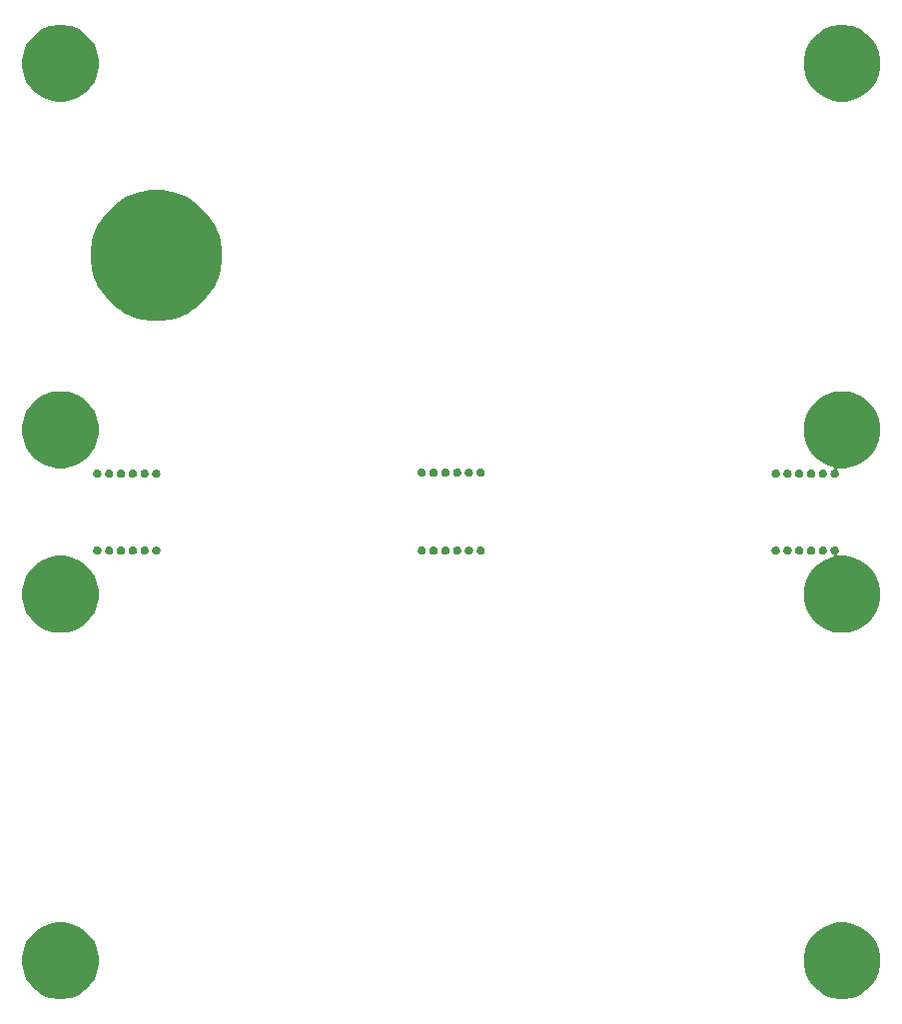
<source format=gbr>
G04 #@! TF.GenerationSoftware,KiCad,Pcbnew,(5.1.5)-3*
G04 #@! TF.CreationDate,2020-02-21T13:09:46+01:00*
G04 #@! TF.ProjectId,radiointerface-panel,72616469-6f69-46e7-9465-72666163652d,rev?*
G04 #@! TF.SameCoordinates,Original*
G04 #@! TF.FileFunction,Soldermask,Top*
G04 #@! TF.FilePolarity,Negative*
%FSLAX46Y46*%
G04 Gerber Fmt 4.6, Leading zero omitted, Abs format (unit mm)*
G04 Created by KiCad (PCBNEW (5.1.5)-3) date 2020-02-21 13:09:46*
%MOMM*%
%LPD*%
G04 APERTURE LIST*
%ADD10C,0.100000*%
G04 APERTURE END LIST*
D10*
G36*
X121259239Y-126586467D02*
G01*
X121573282Y-126648934D01*
X122164926Y-126894001D01*
X122697392Y-127249784D01*
X123150216Y-127702608D01*
X123505999Y-128235074D01*
X123751066Y-128826718D01*
X123876000Y-129454804D01*
X123876000Y-130095196D01*
X123751066Y-130723282D01*
X123505999Y-131314926D01*
X123150216Y-131847392D01*
X122697392Y-132300216D01*
X122164926Y-132655999D01*
X121573282Y-132901066D01*
X121259239Y-132963533D01*
X120945197Y-133026000D01*
X120304803Y-133026000D01*
X119990761Y-132963533D01*
X119676718Y-132901066D01*
X119085074Y-132655999D01*
X118552608Y-132300216D01*
X118099784Y-131847392D01*
X117744001Y-131314926D01*
X117498934Y-130723282D01*
X117374000Y-130095196D01*
X117374000Y-129454804D01*
X117498934Y-128826718D01*
X117744001Y-128235074D01*
X118099784Y-127702608D01*
X118552608Y-127249784D01*
X119085074Y-126894001D01*
X119676718Y-126648934D01*
X119990761Y-126586467D01*
X120304803Y-126524000D01*
X120945197Y-126524000D01*
X121259239Y-126586467D01*
G37*
G36*
X55009239Y-126586467D02*
G01*
X55323282Y-126648934D01*
X55914926Y-126894001D01*
X56447392Y-127249784D01*
X56900216Y-127702608D01*
X57255999Y-128235074D01*
X57501066Y-128826718D01*
X57626000Y-129454804D01*
X57626000Y-130095196D01*
X57501066Y-130723282D01*
X57255999Y-131314926D01*
X56900216Y-131847392D01*
X56447392Y-132300216D01*
X55914926Y-132655999D01*
X55323282Y-132901066D01*
X55009239Y-132963533D01*
X54695197Y-133026000D01*
X54054803Y-133026000D01*
X53740761Y-132963533D01*
X53426718Y-132901066D01*
X52835074Y-132655999D01*
X52302608Y-132300216D01*
X51849784Y-131847392D01*
X51494001Y-131314926D01*
X51248934Y-130723282D01*
X51124000Y-130095196D01*
X51124000Y-129454804D01*
X51248934Y-128826718D01*
X51494001Y-128235074D01*
X51849784Y-127702608D01*
X52302608Y-127249784D01*
X52835074Y-126894001D01*
X53426718Y-126648934D01*
X53740761Y-126586467D01*
X54054803Y-126524000D01*
X54695197Y-126524000D01*
X55009239Y-126586467D01*
G37*
G36*
X120102383Y-94662489D02*
G01*
X120102386Y-94662490D01*
X120102385Y-94662490D01*
X120166258Y-94688946D01*
X120223748Y-94727360D01*
X120272640Y-94776252D01*
X120311054Y-94833742D01*
X120332624Y-94885818D01*
X120337511Y-94897617D01*
X120351000Y-94965430D01*
X120351000Y-95034570D01*
X120337511Y-95102383D01*
X120337510Y-95102385D01*
X120311054Y-95166258D01*
X120272640Y-95223748D01*
X120235775Y-95260613D01*
X120220230Y-95279555D01*
X120208679Y-95301166D01*
X120201566Y-95324615D01*
X120199164Y-95349001D01*
X120201566Y-95373387D01*
X120208679Y-95396836D01*
X120220230Y-95418447D01*
X120235775Y-95437389D01*
X120254717Y-95452934D01*
X120276328Y-95464485D01*
X120299777Y-95471598D01*
X120324163Y-95474000D01*
X120945197Y-95474000D01*
X121229839Y-95530619D01*
X121573282Y-95598934D01*
X122164926Y-95844001D01*
X122697392Y-96199784D01*
X123150216Y-96652608D01*
X123505999Y-97185074D01*
X123751066Y-97776718D01*
X123876000Y-98404804D01*
X123876000Y-99045196D01*
X123751066Y-99673282D01*
X123505999Y-100264926D01*
X123150216Y-100797392D01*
X122697392Y-101250216D01*
X122164926Y-101605999D01*
X121573282Y-101851066D01*
X121259239Y-101913533D01*
X120945197Y-101976000D01*
X120304803Y-101976000D01*
X119990761Y-101913533D01*
X119676718Y-101851066D01*
X119085074Y-101605999D01*
X118552608Y-101250216D01*
X118099784Y-100797392D01*
X117744001Y-100264926D01*
X117498934Y-99673282D01*
X117374000Y-99045196D01*
X117374000Y-98404804D01*
X117498934Y-97776718D01*
X117744001Y-97185074D01*
X118099784Y-96652608D01*
X118552608Y-96199784D01*
X119085074Y-95844001D01*
X119676718Y-95598934D01*
X119848182Y-95564828D01*
X119871630Y-95557715D01*
X119893241Y-95546164D01*
X119912183Y-95530619D01*
X119927728Y-95511677D01*
X119939279Y-95490066D01*
X119946392Y-95466617D01*
X119948794Y-95442231D01*
X119946392Y-95417845D01*
X119939279Y-95394396D01*
X119927728Y-95372785D01*
X119912183Y-95353843D01*
X119893241Y-95338298D01*
X119871630Y-95326747D01*
X119833741Y-95311053D01*
X119833740Y-95311053D01*
X119833739Y-95311052D01*
X119776251Y-95272639D01*
X119727361Y-95223749D01*
X119688948Y-95166261D01*
X119688946Y-95166258D01*
X119662490Y-95102385D01*
X119662489Y-95102383D01*
X119649000Y-95034570D01*
X119649000Y-94965430D01*
X119662489Y-94897617D01*
X119667376Y-94885818D01*
X119688946Y-94833742D01*
X119727360Y-94776252D01*
X119776252Y-94727360D01*
X119833742Y-94688946D01*
X119897615Y-94662490D01*
X119897614Y-94662490D01*
X119897617Y-94662489D01*
X119965430Y-94649000D01*
X120034570Y-94649000D01*
X120102383Y-94662489D01*
G37*
G36*
X54979839Y-95530619D02*
G01*
X55323282Y-95598934D01*
X55914926Y-95844001D01*
X56447392Y-96199784D01*
X56900216Y-96652608D01*
X57255999Y-97185074D01*
X57501066Y-97776718D01*
X57626000Y-98404804D01*
X57626000Y-99045196D01*
X57501066Y-99673282D01*
X57255999Y-100264926D01*
X56900216Y-100797392D01*
X56447392Y-101250216D01*
X55914926Y-101605999D01*
X55323282Y-101851066D01*
X55009239Y-101913533D01*
X54695197Y-101976000D01*
X54054803Y-101976000D01*
X53740761Y-101913533D01*
X53426718Y-101851066D01*
X52835074Y-101605999D01*
X52302608Y-101250216D01*
X51849784Y-100797392D01*
X51494001Y-100264926D01*
X51248934Y-99673282D01*
X51124000Y-99045196D01*
X51124000Y-98404804D01*
X51248934Y-97776718D01*
X51494001Y-97185074D01*
X51849784Y-96652608D01*
X52302608Y-96199784D01*
X52835074Y-95844001D01*
X53426718Y-95598934D01*
X53770161Y-95530619D01*
X54054803Y-95474000D01*
X54695197Y-95474000D01*
X54979839Y-95530619D01*
G37*
G36*
X58602383Y-94662489D02*
G01*
X58602386Y-94662490D01*
X58602385Y-94662490D01*
X58666258Y-94688946D01*
X58723748Y-94727360D01*
X58772640Y-94776252D01*
X58811054Y-94833742D01*
X58832624Y-94885818D01*
X58837511Y-94897617D01*
X58851000Y-94965430D01*
X58851000Y-95034570D01*
X58837511Y-95102383D01*
X58837510Y-95102385D01*
X58811054Y-95166258D01*
X58772640Y-95223748D01*
X58723748Y-95272640D01*
X58666258Y-95311054D01*
X58628370Y-95326747D01*
X58602383Y-95337511D01*
X58534570Y-95351000D01*
X58465430Y-95351000D01*
X58397617Y-95337511D01*
X58371630Y-95326747D01*
X58333742Y-95311054D01*
X58276252Y-95272640D01*
X58227360Y-95223748D01*
X58188946Y-95166258D01*
X58162490Y-95102385D01*
X58162489Y-95102383D01*
X58149000Y-95034570D01*
X58149000Y-94965430D01*
X58162489Y-94897617D01*
X58167376Y-94885818D01*
X58188946Y-94833742D01*
X58227360Y-94776252D01*
X58276252Y-94727360D01*
X58333742Y-94688946D01*
X58397615Y-94662490D01*
X58397614Y-94662490D01*
X58397617Y-94662489D01*
X58465430Y-94649000D01*
X58534570Y-94649000D01*
X58602383Y-94662489D01*
G37*
G36*
X85102383Y-94662489D02*
G01*
X85102386Y-94662490D01*
X85102385Y-94662490D01*
X85166258Y-94688946D01*
X85223748Y-94727360D01*
X85272640Y-94776252D01*
X85311054Y-94833742D01*
X85332624Y-94885818D01*
X85337511Y-94897617D01*
X85351000Y-94965430D01*
X85351000Y-95034570D01*
X85337511Y-95102383D01*
X85337510Y-95102385D01*
X85311054Y-95166258D01*
X85272640Y-95223748D01*
X85223748Y-95272640D01*
X85166258Y-95311054D01*
X85128370Y-95326747D01*
X85102383Y-95337511D01*
X85034570Y-95351000D01*
X84965430Y-95351000D01*
X84897617Y-95337511D01*
X84871630Y-95326747D01*
X84833742Y-95311054D01*
X84776252Y-95272640D01*
X84727360Y-95223748D01*
X84688946Y-95166258D01*
X84662490Y-95102385D01*
X84662489Y-95102383D01*
X84649000Y-95034570D01*
X84649000Y-94965430D01*
X84662489Y-94897617D01*
X84667376Y-94885818D01*
X84688946Y-94833742D01*
X84727360Y-94776252D01*
X84776252Y-94727360D01*
X84833742Y-94688946D01*
X84897615Y-94662490D01*
X84897614Y-94662490D01*
X84897617Y-94662489D01*
X84965430Y-94649000D01*
X85034570Y-94649000D01*
X85102383Y-94662489D01*
G37*
G36*
X86102383Y-94662489D02*
G01*
X86102386Y-94662490D01*
X86102385Y-94662490D01*
X86166258Y-94688946D01*
X86223748Y-94727360D01*
X86272640Y-94776252D01*
X86311054Y-94833742D01*
X86332624Y-94885818D01*
X86337511Y-94897617D01*
X86351000Y-94965430D01*
X86351000Y-95034570D01*
X86337511Y-95102383D01*
X86337510Y-95102385D01*
X86311054Y-95166258D01*
X86272640Y-95223748D01*
X86223748Y-95272640D01*
X86166258Y-95311054D01*
X86128370Y-95326747D01*
X86102383Y-95337511D01*
X86034570Y-95351000D01*
X85965430Y-95351000D01*
X85897617Y-95337511D01*
X85871630Y-95326747D01*
X85833742Y-95311054D01*
X85776252Y-95272640D01*
X85727360Y-95223748D01*
X85688946Y-95166258D01*
X85662490Y-95102385D01*
X85662489Y-95102383D01*
X85649000Y-95034570D01*
X85649000Y-94965430D01*
X85662489Y-94897617D01*
X85667376Y-94885818D01*
X85688946Y-94833742D01*
X85727360Y-94776252D01*
X85776252Y-94727360D01*
X85833742Y-94688946D01*
X85897615Y-94662490D01*
X85897614Y-94662490D01*
X85897617Y-94662489D01*
X85965430Y-94649000D01*
X86034570Y-94649000D01*
X86102383Y-94662489D01*
G37*
G36*
X87102383Y-94662489D02*
G01*
X87102386Y-94662490D01*
X87102385Y-94662490D01*
X87166258Y-94688946D01*
X87223748Y-94727360D01*
X87272640Y-94776252D01*
X87311054Y-94833742D01*
X87332624Y-94885818D01*
X87337511Y-94897617D01*
X87351000Y-94965430D01*
X87351000Y-95034570D01*
X87337511Y-95102383D01*
X87337510Y-95102385D01*
X87311054Y-95166258D01*
X87272640Y-95223748D01*
X87223748Y-95272640D01*
X87166258Y-95311054D01*
X87128370Y-95326747D01*
X87102383Y-95337511D01*
X87034570Y-95351000D01*
X86965430Y-95351000D01*
X86897617Y-95337511D01*
X86871630Y-95326747D01*
X86833742Y-95311054D01*
X86776252Y-95272640D01*
X86727360Y-95223748D01*
X86688946Y-95166258D01*
X86662490Y-95102385D01*
X86662489Y-95102383D01*
X86649000Y-95034570D01*
X86649000Y-94965430D01*
X86662489Y-94897617D01*
X86667376Y-94885818D01*
X86688946Y-94833742D01*
X86727360Y-94776252D01*
X86776252Y-94727360D01*
X86833742Y-94688946D01*
X86897615Y-94662490D01*
X86897614Y-94662490D01*
X86897617Y-94662489D01*
X86965430Y-94649000D01*
X87034570Y-94649000D01*
X87102383Y-94662489D01*
G37*
G36*
X88102383Y-94662489D02*
G01*
X88102386Y-94662490D01*
X88102385Y-94662490D01*
X88166258Y-94688946D01*
X88223748Y-94727360D01*
X88272640Y-94776252D01*
X88311054Y-94833742D01*
X88332624Y-94885818D01*
X88337511Y-94897617D01*
X88351000Y-94965430D01*
X88351000Y-95034570D01*
X88337511Y-95102383D01*
X88337510Y-95102385D01*
X88311054Y-95166258D01*
X88272640Y-95223748D01*
X88223748Y-95272640D01*
X88166258Y-95311054D01*
X88128370Y-95326747D01*
X88102383Y-95337511D01*
X88034570Y-95351000D01*
X87965430Y-95351000D01*
X87897617Y-95337511D01*
X87871630Y-95326747D01*
X87833742Y-95311054D01*
X87776252Y-95272640D01*
X87727360Y-95223748D01*
X87688946Y-95166258D01*
X87662490Y-95102385D01*
X87662489Y-95102383D01*
X87649000Y-95034570D01*
X87649000Y-94965430D01*
X87662489Y-94897617D01*
X87667376Y-94885818D01*
X87688946Y-94833742D01*
X87727360Y-94776252D01*
X87776252Y-94727360D01*
X87833742Y-94688946D01*
X87897615Y-94662490D01*
X87897614Y-94662490D01*
X87897617Y-94662489D01*
X87965430Y-94649000D01*
X88034570Y-94649000D01*
X88102383Y-94662489D01*
G37*
G36*
X89102383Y-94662489D02*
G01*
X89102386Y-94662490D01*
X89102385Y-94662490D01*
X89166258Y-94688946D01*
X89223748Y-94727360D01*
X89272640Y-94776252D01*
X89311054Y-94833742D01*
X89332624Y-94885818D01*
X89337511Y-94897617D01*
X89351000Y-94965430D01*
X89351000Y-95034570D01*
X89337511Y-95102383D01*
X89337510Y-95102385D01*
X89311054Y-95166258D01*
X89272640Y-95223748D01*
X89223748Y-95272640D01*
X89166258Y-95311054D01*
X89128370Y-95326747D01*
X89102383Y-95337511D01*
X89034570Y-95351000D01*
X88965430Y-95351000D01*
X88897617Y-95337511D01*
X88871630Y-95326747D01*
X88833742Y-95311054D01*
X88776252Y-95272640D01*
X88727360Y-95223748D01*
X88688946Y-95166258D01*
X88662490Y-95102385D01*
X88662489Y-95102383D01*
X88649000Y-95034570D01*
X88649000Y-94965430D01*
X88662489Y-94897617D01*
X88667376Y-94885818D01*
X88688946Y-94833742D01*
X88727360Y-94776252D01*
X88776252Y-94727360D01*
X88833742Y-94688946D01*
X88897615Y-94662490D01*
X88897614Y-94662490D01*
X88897617Y-94662489D01*
X88965430Y-94649000D01*
X89034570Y-94649000D01*
X89102383Y-94662489D01*
G37*
G36*
X90102383Y-94662489D02*
G01*
X90102386Y-94662490D01*
X90102385Y-94662490D01*
X90166258Y-94688946D01*
X90223748Y-94727360D01*
X90272640Y-94776252D01*
X90311054Y-94833742D01*
X90332624Y-94885818D01*
X90337511Y-94897617D01*
X90351000Y-94965430D01*
X90351000Y-95034570D01*
X90337511Y-95102383D01*
X90337510Y-95102385D01*
X90311054Y-95166258D01*
X90272640Y-95223748D01*
X90223748Y-95272640D01*
X90166258Y-95311054D01*
X90128370Y-95326747D01*
X90102383Y-95337511D01*
X90034570Y-95351000D01*
X89965430Y-95351000D01*
X89897617Y-95337511D01*
X89871630Y-95326747D01*
X89833742Y-95311054D01*
X89776252Y-95272640D01*
X89727360Y-95223748D01*
X89688946Y-95166258D01*
X89662490Y-95102385D01*
X89662489Y-95102383D01*
X89649000Y-95034570D01*
X89649000Y-94965430D01*
X89662489Y-94897617D01*
X89667376Y-94885818D01*
X89688946Y-94833742D01*
X89727360Y-94776252D01*
X89776252Y-94727360D01*
X89833742Y-94688946D01*
X89897615Y-94662490D01*
X89897614Y-94662490D01*
X89897617Y-94662489D01*
X89965430Y-94649000D01*
X90034570Y-94649000D01*
X90102383Y-94662489D01*
G37*
G36*
X57602383Y-94662489D02*
G01*
X57602386Y-94662490D01*
X57602385Y-94662490D01*
X57666258Y-94688946D01*
X57723748Y-94727360D01*
X57772640Y-94776252D01*
X57811054Y-94833742D01*
X57832624Y-94885818D01*
X57837511Y-94897617D01*
X57851000Y-94965430D01*
X57851000Y-95034570D01*
X57837511Y-95102383D01*
X57837510Y-95102385D01*
X57811054Y-95166258D01*
X57772640Y-95223748D01*
X57723748Y-95272640D01*
X57666258Y-95311054D01*
X57628370Y-95326747D01*
X57602383Y-95337511D01*
X57534570Y-95351000D01*
X57465430Y-95351000D01*
X57397617Y-95337511D01*
X57371630Y-95326747D01*
X57333742Y-95311054D01*
X57276252Y-95272640D01*
X57227360Y-95223748D01*
X57188946Y-95166258D01*
X57162490Y-95102385D01*
X57162489Y-95102383D01*
X57149000Y-95034570D01*
X57149000Y-94965430D01*
X57162489Y-94897617D01*
X57167376Y-94885818D01*
X57188946Y-94833742D01*
X57227360Y-94776252D01*
X57276252Y-94727360D01*
X57333742Y-94688946D01*
X57397615Y-94662490D01*
X57397614Y-94662490D01*
X57397617Y-94662489D01*
X57465430Y-94649000D01*
X57534570Y-94649000D01*
X57602383Y-94662489D01*
G37*
G36*
X59602383Y-94662489D02*
G01*
X59602386Y-94662490D01*
X59602385Y-94662490D01*
X59666258Y-94688946D01*
X59723748Y-94727360D01*
X59772640Y-94776252D01*
X59811054Y-94833742D01*
X59832624Y-94885818D01*
X59837511Y-94897617D01*
X59851000Y-94965430D01*
X59851000Y-95034570D01*
X59837511Y-95102383D01*
X59837510Y-95102385D01*
X59811054Y-95166258D01*
X59772640Y-95223748D01*
X59723748Y-95272640D01*
X59666258Y-95311054D01*
X59628370Y-95326747D01*
X59602383Y-95337511D01*
X59534570Y-95351000D01*
X59465430Y-95351000D01*
X59397617Y-95337511D01*
X59371630Y-95326747D01*
X59333742Y-95311054D01*
X59276252Y-95272640D01*
X59227360Y-95223748D01*
X59188946Y-95166258D01*
X59162490Y-95102385D01*
X59162489Y-95102383D01*
X59149000Y-95034570D01*
X59149000Y-94965430D01*
X59162489Y-94897617D01*
X59167376Y-94885818D01*
X59188946Y-94833742D01*
X59227360Y-94776252D01*
X59276252Y-94727360D01*
X59333742Y-94688946D01*
X59397615Y-94662490D01*
X59397614Y-94662490D01*
X59397617Y-94662489D01*
X59465430Y-94649000D01*
X59534570Y-94649000D01*
X59602383Y-94662489D01*
G37*
G36*
X60602383Y-94662489D02*
G01*
X60602386Y-94662490D01*
X60602385Y-94662490D01*
X60666258Y-94688946D01*
X60723748Y-94727360D01*
X60772640Y-94776252D01*
X60811054Y-94833742D01*
X60832624Y-94885818D01*
X60837511Y-94897617D01*
X60851000Y-94965430D01*
X60851000Y-95034570D01*
X60837511Y-95102383D01*
X60837510Y-95102385D01*
X60811054Y-95166258D01*
X60772640Y-95223748D01*
X60723748Y-95272640D01*
X60666258Y-95311054D01*
X60628370Y-95326747D01*
X60602383Y-95337511D01*
X60534570Y-95351000D01*
X60465430Y-95351000D01*
X60397617Y-95337511D01*
X60371630Y-95326747D01*
X60333742Y-95311054D01*
X60276252Y-95272640D01*
X60227360Y-95223748D01*
X60188946Y-95166258D01*
X60162490Y-95102385D01*
X60162489Y-95102383D01*
X60149000Y-95034570D01*
X60149000Y-94965430D01*
X60162489Y-94897617D01*
X60167376Y-94885818D01*
X60188946Y-94833742D01*
X60227360Y-94776252D01*
X60276252Y-94727360D01*
X60333742Y-94688946D01*
X60397615Y-94662490D01*
X60397614Y-94662490D01*
X60397617Y-94662489D01*
X60465430Y-94649000D01*
X60534570Y-94649000D01*
X60602383Y-94662489D01*
G37*
G36*
X61602383Y-94662489D02*
G01*
X61602386Y-94662490D01*
X61602385Y-94662490D01*
X61666258Y-94688946D01*
X61723748Y-94727360D01*
X61772640Y-94776252D01*
X61811054Y-94833742D01*
X61832624Y-94885818D01*
X61837511Y-94897617D01*
X61851000Y-94965430D01*
X61851000Y-95034570D01*
X61837511Y-95102383D01*
X61837510Y-95102385D01*
X61811054Y-95166258D01*
X61772640Y-95223748D01*
X61723748Y-95272640D01*
X61666258Y-95311054D01*
X61628370Y-95326747D01*
X61602383Y-95337511D01*
X61534570Y-95351000D01*
X61465430Y-95351000D01*
X61397617Y-95337511D01*
X61371630Y-95326747D01*
X61333742Y-95311054D01*
X61276252Y-95272640D01*
X61227360Y-95223748D01*
X61188946Y-95166258D01*
X61162490Y-95102385D01*
X61162489Y-95102383D01*
X61149000Y-95034570D01*
X61149000Y-94965430D01*
X61162489Y-94897617D01*
X61167376Y-94885818D01*
X61188946Y-94833742D01*
X61227360Y-94776252D01*
X61276252Y-94727360D01*
X61333742Y-94688946D01*
X61397615Y-94662490D01*
X61397614Y-94662490D01*
X61397617Y-94662489D01*
X61465430Y-94649000D01*
X61534570Y-94649000D01*
X61602383Y-94662489D01*
G37*
G36*
X62602383Y-94662489D02*
G01*
X62602386Y-94662490D01*
X62602385Y-94662490D01*
X62666258Y-94688946D01*
X62723748Y-94727360D01*
X62772640Y-94776252D01*
X62811054Y-94833742D01*
X62832624Y-94885818D01*
X62837511Y-94897617D01*
X62851000Y-94965430D01*
X62851000Y-95034570D01*
X62837511Y-95102383D01*
X62837510Y-95102385D01*
X62811054Y-95166258D01*
X62772640Y-95223748D01*
X62723748Y-95272640D01*
X62666258Y-95311054D01*
X62628370Y-95326747D01*
X62602383Y-95337511D01*
X62534570Y-95351000D01*
X62465430Y-95351000D01*
X62397617Y-95337511D01*
X62371630Y-95326747D01*
X62333742Y-95311054D01*
X62276252Y-95272640D01*
X62227360Y-95223748D01*
X62188946Y-95166258D01*
X62162490Y-95102385D01*
X62162489Y-95102383D01*
X62149000Y-95034570D01*
X62149000Y-94965430D01*
X62162489Y-94897617D01*
X62167376Y-94885818D01*
X62188946Y-94833742D01*
X62227360Y-94776252D01*
X62276252Y-94727360D01*
X62333742Y-94688946D01*
X62397615Y-94662490D01*
X62397614Y-94662490D01*
X62397617Y-94662489D01*
X62465430Y-94649000D01*
X62534570Y-94649000D01*
X62602383Y-94662489D01*
G37*
G36*
X115102383Y-94662489D02*
G01*
X115102386Y-94662490D01*
X115102385Y-94662490D01*
X115166258Y-94688946D01*
X115223748Y-94727360D01*
X115272640Y-94776252D01*
X115311054Y-94833742D01*
X115332624Y-94885818D01*
X115337511Y-94897617D01*
X115351000Y-94965430D01*
X115351000Y-95034570D01*
X115337511Y-95102383D01*
X115337510Y-95102385D01*
X115311054Y-95166258D01*
X115272640Y-95223748D01*
X115223748Y-95272640D01*
X115166258Y-95311054D01*
X115128370Y-95326747D01*
X115102383Y-95337511D01*
X115034570Y-95351000D01*
X114965430Y-95351000D01*
X114897617Y-95337511D01*
X114871630Y-95326747D01*
X114833742Y-95311054D01*
X114776252Y-95272640D01*
X114727360Y-95223748D01*
X114688946Y-95166258D01*
X114662490Y-95102385D01*
X114662489Y-95102383D01*
X114649000Y-95034570D01*
X114649000Y-94965430D01*
X114662489Y-94897617D01*
X114667376Y-94885818D01*
X114688946Y-94833742D01*
X114727360Y-94776252D01*
X114776252Y-94727360D01*
X114833742Y-94688946D01*
X114897615Y-94662490D01*
X114897614Y-94662490D01*
X114897617Y-94662489D01*
X114965430Y-94649000D01*
X115034570Y-94649000D01*
X115102383Y-94662489D01*
G37*
G36*
X116102383Y-94662489D02*
G01*
X116102386Y-94662490D01*
X116102385Y-94662490D01*
X116166258Y-94688946D01*
X116223748Y-94727360D01*
X116272640Y-94776252D01*
X116311054Y-94833742D01*
X116332624Y-94885818D01*
X116337511Y-94897617D01*
X116351000Y-94965430D01*
X116351000Y-95034570D01*
X116337511Y-95102383D01*
X116337510Y-95102385D01*
X116311054Y-95166258D01*
X116272640Y-95223748D01*
X116223748Y-95272640D01*
X116166258Y-95311054D01*
X116128370Y-95326747D01*
X116102383Y-95337511D01*
X116034570Y-95351000D01*
X115965430Y-95351000D01*
X115897617Y-95337511D01*
X115871630Y-95326747D01*
X115833742Y-95311054D01*
X115776252Y-95272640D01*
X115727360Y-95223748D01*
X115688946Y-95166258D01*
X115662490Y-95102385D01*
X115662489Y-95102383D01*
X115649000Y-95034570D01*
X115649000Y-94965430D01*
X115662489Y-94897617D01*
X115667376Y-94885818D01*
X115688946Y-94833742D01*
X115727360Y-94776252D01*
X115776252Y-94727360D01*
X115833742Y-94688946D01*
X115897615Y-94662490D01*
X115897614Y-94662490D01*
X115897617Y-94662489D01*
X115965430Y-94649000D01*
X116034570Y-94649000D01*
X116102383Y-94662489D01*
G37*
G36*
X117102383Y-94662489D02*
G01*
X117102386Y-94662490D01*
X117102385Y-94662490D01*
X117166258Y-94688946D01*
X117223748Y-94727360D01*
X117272640Y-94776252D01*
X117311054Y-94833742D01*
X117332624Y-94885818D01*
X117337511Y-94897617D01*
X117351000Y-94965430D01*
X117351000Y-95034570D01*
X117337511Y-95102383D01*
X117337510Y-95102385D01*
X117311054Y-95166258D01*
X117272640Y-95223748D01*
X117223748Y-95272640D01*
X117166258Y-95311054D01*
X117128370Y-95326747D01*
X117102383Y-95337511D01*
X117034570Y-95351000D01*
X116965430Y-95351000D01*
X116897617Y-95337511D01*
X116871630Y-95326747D01*
X116833742Y-95311054D01*
X116776252Y-95272640D01*
X116727360Y-95223748D01*
X116688946Y-95166258D01*
X116662490Y-95102385D01*
X116662489Y-95102383D01*
X116649000Y-95034570D01*
X116649000Y-94965430D01*
X116662489Y-94897617D01*
X116667376Y-94885818D01*
X116688946Y-94833742D01*
X116727360Y-94776252D01*
X116776252Y-94727360D01*
X116833742Y-94688946D01*
X116897615Y-94662490D01*
X116897614Y-94662490D01*
X116897617Y-94662489D01*
X116965430Y-94649000D01*
X117034570Y-94649000D01*
X117102383Y-94662489D01*
G37*
G36*
X118102383Y-94662489D02*
G01*
X118102386Y-94662490D01*
X118102385Y-94662490D01*
X118166258Y-94688946D01*
X118223748Y-94727360D01*
X118272640Y-94776252D01*
X118311054Y-94833742D01*
X118332624Y-94885818D01*
X118337511Y-94897617D01*
X118351000Y-94965430D01*
X118351000Y-95034570D01*
X118337511Y-95102383D01*
X118337510Y-95102385D01*
X118311054Y-95166258D01*
X118272640Y-95223748D01*
X118223748Y-95272640D01*
X118166258Y-95311054D01*
X118128370Y-95326747D01*
X118102383Y-95337511D01*
X118034570Y-95351000D01*
X117965430Y-95351000D01*
X117897617Y-95337511D01*
X117871630Y-95326747D01*
X117833742Y-95311054D01*
X117776252Y-95272640D01*
X117727360Y-95223748D01*
X117688946Y-95166258D01*
X117662490Y-95102385D01*
X117662489Y-95102383D01*
X117649000Y-95034570D01*
X117649000Y-94965430D01*
X117662489Y-94897617D01*
X117667376Y-94885818D01*
X117688946Y-94833742D01*
X117727360Y-94776252D01*
X117776252Y-94727360D01*
X117833742Y-94688946D01*
X117897615Y-94662490D01*
X117897614Y-94662490D01*
X117897617Y-94662489D01*
X117965430Y-94649000D01*
X118034570Y-94649000D01*
X118102383Y-94662489D01*
G37*
G36*
X119102383Y-94662489D02*
G01*
X119102386Y-94662490D01*
X119102385Y-94662490D01*
X119166258Y-94688946D01*
X119223748Y-94727360D01*
X119272640Y-94776252D01*
X119311054Y-94833742D01*
X119332624Y-94885818D01*
X119337511Y-94897617D01*
X119351000Y-94965430D01*
X119351000Y-95034570D01*
X119337511Y-95102383D01*
X119337510Y-95102385D01*
X119311054Y-95166258D01*
X119272640Y-95223748D01*
X119223748Y-95272640D01*
X119166258Y-95311054D01*
X119128370Y-95326747D01*
X119102383Y-95337511D01*
X119034570Y-95351000D01*
X118965430Y-95351000D01*
X118897617Y-95337511D01*
X118871630Y-95326747D01*
X118833742Y-95311054D01*
X118776252Y-95272640D01*
X118727360Y-95223748D01*
X118688946Y-95166258D01*
X118662490Y-95102385D01*
X118662489Y-95102383D01*
X118649000Y-95034570D01*
X118649000Y-94965430D01*
X118662489Y-94897617D01*
X118667376Y-94885818D01*
X118688946Y-94833742D01*
X118727360Y-94776252D01*
X118776252Y-94727360D01*
X118833742Y-94688946D01*
X118897615Y-94662490D01*
X118897614Y-94662490D01*
X118897617Y-94662489D01*
X118965430Y-94649000D01*
X119034570Y-94649000D01*
X119102383Y-94662489D01*
G37*
G36*
X117102383Y-88162489D02*
G01*
X117102386Y-88162490D01*
X117102385Y-88162490D01*
X117166258Y-88188946D01*
X117223748Y-88227360D01*
X117272640Y-88276252D01*
X117311054Y-88333742D01*
X117332624Y-88385818D01*
X117337511Y-88397617D01*
X117351000Y-88465430D01*
X117351000Y-88534570D01*
X117337511Y-88602383D01*
X117337510Y-88602385D01*
X117311054Y-88666258D01*
X117272640Y-88723748D01*
X117223748Y-88772640D01*
X117166258Y-88811054D01*
X117114182Y-88832624D01*
X117102383Y-88837511D01*
X117034570Y-88851000D01*
X116965430Y-88851000D01*
X116897617Y-88837511D01*
X116885818Y-88832624D01*
X116833742Y-88811054D01*
X116776252Y-88772640D01*
X116727360Y-88723748D01*
X116688946Y-88666258D01*
X116662490Y-88602385D01*
X116662489Y-88602383D01*
X116649000Y-88534570D01*
X116649000Y-88465430D01*
X116662489Y-88397617D01*
X116667376Y-88385818D01*
X116688946Y-88333742D01*
X116727360Y-88276252D01*
X116776252Y-88227360D01*
X116833742Y-88188946D01*
X116897615Y-88162490D01*
X116897614Y-88162490D01*
X116897617Y-88162489D01*
X116965430Y-88149000D01*
X117034570Y-88149000D01*
X117102383Y-88162489D01*
G37*
G36*
X121259239Y-81586467D02*
G01*
X121573282Y-81648934D01*
X122164926Y-81894001D01*
X122697392Y-82249784D01*
X123150216Y-82702608D01*
X123505999Y-83235074D01*
X123751066Y-83826718D01*
X123876000Y-84454804D01*
X123876000Y-85095196D01*
X123751066Y-85723282D01*
X123505999Y-86314926D01*
X123150216Y-86847392D01*
X122697392Y-87300216D01*
X122164926Y-87655999D01*
X121573282Y-87901066D01*
X121401819Y-87935172D01*
X120945197Y-88026000D01*
X120324163Y-88026000D01*
X120299777Y-88028402D01*
X120276328Y-88035515D01*
X120254717Y-88047066D01*
X120235775Y-88062611D01*
X120220230Y-88081553D01*
X120208679Y-88103164D01*
X120201566Y-88126613D01*
X120199164Y-88150999D01*
X120201566Y-88175385D01*
X120208679Y-88198834D01*
X120220230Y-88220445D01*
X120235775Y-88239387D01*
X120272640Y-88276252D01*
X120311054Y-88333742D01*
X120332624Y-88385818D01*
X120337511Y-88397617D01*
X120351000Y-88465430D01*
X120351000Y-88534570D01*
X120337511Y-88602383D01*
X120337510Y-88602385D01*
X120311054Y-88666258D01*
X120272640Y-88723748D01*
X120223748Y-88772640D01*
X120166258Y-88811054D01*
X120114182Y-88832624D01*
X120102383Y-88837511D01*
X120034570Y-88851000D01*
X119965430Y-88851000D01*
X119897617Y-88837511D01*
X119885818Y-88832624D01*
X119833742Y-88811054D01*
X119776252Y-88772640D01*
X119727360Y-88723748D01*
X119688946Y-88666258D01*
X119662490Y-88602385D01*
X119662489Y-88602383D01*
X119649000Y-88534570D01*
X119649000Y-88465430D01*
X119662489Y-88397617D01*
X119667376Y-88385818D01*
X119688946Y-88333742D01*
X119727360Y-88276252D01*
X119776252Y-88227360D01*
X119818944Y-88198834D01*
X119833739Y-88188948D01*
X119833744Y-88188946D01*
X119871630Y-88173253D01*
X119893240Y-88161702D01*
X119912182Y-88146157D01*
X119927728Y-88127215D01*
X119939279Y-88105605D01*
X119946392Y-88082156D01*
X119948794Y-88057770D01*
X119946392Y-88033383D01*
X119939279Y-88009934D01*
X119927728Y-87988324D01*
X119912183Y-87969382D01*
X119893241Y-87953836D01*
X119871631Y-87942285D01*
X119848181Y-87935172D01*
X119676718Y-87901066D01*
X119085074Y-87655999D01*
X118552608Y-87300216D01*
X118099784Y-86847392D01*
X117744001Y-86314926D01*
X117498934Y-85723282D01*
X117374000Y-85095196D01*
X117374000Y-84454804D01*
X117498934Y-83826718D01*
X117744001Y-83235074D01*
X118099784Y-82702608D01*
X118552608Y-82249784D01*
X119085074Y-81894001D01*
X119676718Y-81648934D01*
X119990761Y-81586467D01*
X120304803Y-81524000D01*
X120945197Y-81524000D01*
X121259239Y-81586467D01*
G37*
G36*
X119102383Y-88162489D02*
G01*
X119102386Y-88162490D01*
X119102385Y-88162490D01*
X119166258Y-88188946D01*
X119223748Y-88227360D01*
X119272640Y-88276252D01*
X119311054Y-88333742D01*
X119332624Y-88385818D01*
X119337511Y-88397617D01*
X119351000Y-88465430D01*
X119351000Y-88534570D01*
X119337511Y-88602383D01*
X119337510Y-88602385D01*
X119311054Y-88666258D01*
X119272640Y-88723748D01*
X119223748Y-88772640D01*
X119166258Y-88811054D01*
X119114182Y-88832624D01*
X119102383Y-88837511D01*
X119034570Y-88851000D01*
X118965430Y-88851000D01*
X118897617Y-88837511D01*
X118885818Y-88832624D01*
X118833742Y-88811054D01*
X118776252Y-88772640D01*
X118727360Y-88723748D01*
X118688946Y-88666258D01*
X118662490Y-88602385D01*
X118662489Y-88602383D01*
X118649000Y-88534570D01*
X118649000Y-88465430D01*
X118662489Y-88397617D01*
X118667376Y-88385818D01*
X118688946Y-88333742D01*
X118727360Y-88276252D01*
X118776252Y-88227360D01*
X118833742Y-88188946D01*
X118897615Y-88162490D01*
X118897614Y-88162490D01*
X118897617Y-88162489D01*
X118965430Y-88149000D01*
X119034570Y-88149000D01*
X119102383Y-88162489D01*
G37*
G36*
X118102383Y-88162489D02*
G01*
X118102386Y-88162490D01*
X118102385Y-88162490D01*
X118166258Y-88188946D01*
X118223748Y-88227360D01*
X118272640Y-88276252D01*
X118311054Y-88333742D01*
X118332624Y-88385818D01*
X118337511Y-88397617D01*
X118351000Y-88465430D01*
X118351000Y-88534570D01*
X118337511Y-88602383D01*
X118337510Y-88602385D01*
X118311054Y-88666258D01*
X118272640Y-88723748D01*
X118223748Y-88772640D01*
X118166258Y-88811054D01*
X118114182Y-88832624D01*
X118102383Y-88837511D01*
X118034570Y-88851000D01*
X117965430Y-88851000D01*
X117897617Y-88837511D01*
X117885818Y-88832624D01*
X117833742Y-88811054D01*
X117776252Y-88772640D01*
X117727360Y-88723748D01*
X117688946Y-88666258D01*
X117662490Y-88602385D01*
X117662489Y-88602383D01*
X117649000Y-88534570D01*
X117649000Y-88465430D01*
X117662489Y-88397617D01*
X117667376Y-88385818D01*
X117688946Y-88333742D01*
X117727360Y-88276252D01*
X117776252Y-88227360D01*
X117833742Y-88188946D01*
X117897615Y-88162490D01*
X117897614Y-88162490D01*
X117897617Y-88162489D01*
X117965430Y-88149000D01*
X118034570Y-88149000D01*
X118102383Y-88162489D01*
G37*
G36*
X61602383Y-88162489D02*
G01*
X61602386Y-88162490D01*
X61602385Y-88162490D01*
X61666258Y-88188946D01*
X61723748Y-88227360D01*
X61772640Y-88276252D01*
X61811054Y-88333742D01*
X61832624Y-88385818D01*
X61837511Y-88397617D01*
X61851000Y-88465430D01*
X61851000Y-88534570D01*
X61837511Y-88602383D01*
X61837510Y-88602385D01*
X61811054Y-88666258D01*
X61772640Y-88723748D01*
X61723748Y-88772640D01*
X61666258Y-88811054D01*
X61614182Y-88832624D01*
X61602383Y-88837511D01*
X61534570Y-88851000D01*
X61465430Y-88851000D01*
X61397617Y-88837511D01*
X61385818Y-88832624D01*
X61333742Y-88811054D01*
X61276252Y-88772640D01*
X61227360Y-88723748D01*
X61188946Y-88666258D01*
X61162490Y-88602385D01*
X61162489Y-88602383D01*
X61149000Y-88534570D01*
X61149000Y-88465430D01*
X61162489Y-88397617D01*
X61167376Y-88385818D01*
X61188946Y-88333742D01*
X61227360Y-88276252D01*
X61276252Y-88227360D01*
X61333742Y-88188946D01*
X61397615Y-88162490D01*
X61397614Y-88162490D01*
X61397617Y-88162489D01*
X61465430Y-88149000D01*
X61534570Y-88149000D01*
X61602383Y-88162489D01*
G37*
G36*
X60602383Y-88162489D02*
G01*
X60602386Y-88162490D01*
X60602385Y-88162490D01*
X60666258Y-88188946D01*
X60723748Y-88227360D01*
X60772640Y-88276252D01*
X60811054Y-88333742D01*
X60832624Y-88385818D01*
X60837511Y-88397617D01*
X60851000Y-88465430D01*
X60851000Y-88534570D01*
X60837511Y-88602383D01*
X60837510Y-88602385D01*
X60811054Y-88666258D01*
X60772640Y-88723748D01*
X60723748Y-88772640D01*
X60666258Y-88811054D01*
X60614182Y-88832624D01*
X60602383Y-88837511D01*
X60534570Y-88851000D01*
X60465430Y-88851000D01*
X60397617Y-88837511D01*
X60385818Y-88832624D01*
X60333742Y-88811054D01*
X60276252Y-88772640D01*
X60227360Y-88723748D01*
X60188946Y-88666258D01*
X60162490Y-88602385D01*
X60162489Y-88602383D01*
X60149000Y-88534570D01*
X60149000Y-88465430D01*
X60162489Y-88397617D01*
X60167376Y-88385818D01*
X60188946Y-88333742D01*
X60227360Y-88276252D01*
X60276252Y-88227360D01*
X60333742Y-88188946D01*
X60397615Y-88162490D01*
X60397614Y-88162490D01*
X60397617Y-88162489D01*
X60465430Y-88149000D01*
X60534570Y-88149000D01*
X60602383Y-88162489D01*
G37*
G36*
X59602383Y-88162489D02*
G01*
X59602386Y-88162490D01*
X59602385Y-88162490D01*
X59666258Y-88188946D01*
X59723748Y-88227360D01*
X59772640Y-88276252D01*
X59811054Y-88333742D01*
X59832624Y-88385818D01*
X59837511Y-88397617D01*
X59851000Y-88465430D01*
X59851000Y-88534570D01*
X59837511Y-88602383D01*
X59837510Y-88602385D01*
X59811054Y-88666258D01*
X59772640Y-88723748D01*
X59723748Y-88772640D01*
X59666258Y-88811054D01*
X59614182Y-88832624D01*
X59602383Y-88837511D01*
X59534570Y-88851000D01*
X59465430Y-88851000D01*
X59397617Y-88837511D01*
X59385818Y-88832624D01*
X59333742Y-88811054D01*
X59276252Y-88772640D01*
X59227360Y-88723748D01*
X59188946Y-88666258D01*
X59162490Y-88602385D01*
X59162489Y-88602383D01*
X59149000Y-88534570D01*
X59149000Y-88465430D01*
X59162489Y-88397617D01*
X59167376Y-88385818D01*
X59188946Y-88333742D01*
X59227360Y-88276252D01*
X59276252Y-88227360D01*
X59333742Y-88188946D01*
X59397615Y-88162490D01*
X59397614Y-88162490D01*
X59397617Y-88162489D01*
X59465430Y-88149000D01*
X59534570Y-88149000D01*
X59602383Y-88162489D01*
G37*
G36*
X58602383Y-88162489D02*
G01*
X58602386Y-88162490D01*
X58602385Y-88162490D01*
X58666258Y-88188946D01*
X58723748Y-88227360D01*
X58772640Y-88276252D01*
X58811054Y-88333742D01*
X58832624Y-88385818D01*
X58837511Y-88397617D01*
X58851000Y-88465430D01*
X58851000Y-88534570D01*
X58837511Y-88602383D01*
X58837510Y-88602385D01*
X58811054Y-88666258D01*
X58772640Y-88723748D01*
X58723748Y-88772640D01*
X58666258Y-88811054D01*
X58614182Y-88832624D01*
X58602383Y-88837511D01*
X58534570Y-88851000D01*
X58465430Y-88851000D01*
X58397617Y-88837511D01*
X58385818Y-88832624D01*
X58333742Y-88811054D01*
X58276252Y-88772640D01*
X58227360Y-88723748D01*
X58188946Y-88666258D01*
X58162490Y-88602385D01*
X58162489Y-88602383D01*
X58149000Y-88534570D01*
X58149000Y-88465430D01*
X58162489Y-88397617D01*
X58167376Y-88385818D01*
X58188946Y-88333742D01*
X58227360Y-88276252D01*
X58276252Y-88227360D01*
X58333742Y-88188946D01*
X58397615Y-88162490D01*
X58397614Y-88162490D01*
X58397617Y-88162489D01*
X58465430Y-88149000D01*
X58534570Y-88149000D01*
X58602383Y-88162489D01*
G37*
G36*
X57602383Y-88162489D02*
G01*
X57602386Y-88162490D01*
X57602385Y-88162490D01*
X57666258Y-88188946D01*
X57723748Y-88227360D01*
X57772640Y-88276252D01*
X57811054Y-88333742D01*
X57832624Y-88385818D01*
X57837511Y-88397617D01*
X57851000Y-88465430D01*
X57851000Y-88534570D01*
X57837511Y-88602383D01*
X57837510Y-88602385D01*
X57811054Y-88666258D01*
X57772640Y-88723748D01*
X57723748Y-88772640D01*
X57666258Y-88811054D01*
X57614182Y-88832624D01*
X57602383Y-88837511D01*
X57534570Y-88851000D01*
X57465430Y-88851000D01*
X57397617Y-88837511D01*
X57385818Y-88832624D01*
X57333742Y-88811054D01*
X57276252Y-88772640D01*
X57227360Y-88723748D01*
X57188946Y-88666258D01*
X57162490Y-88602385D01*
X57162489Y-88602383D01*
X57149000Y-88534570D01*
X57149000Y-88465430D01*
X57162489Y-88397617D01*
X57167376Y-88385818D01*
X57188946Y-88333742D01*
X57227360Y-88276252D01*
X57276252Y-88227360D01*
X57333742Y-88188946D01*
X57397615Y-88162490D01*
X57397614Y-88162490D01*
X57397617Y-88162489D01*
X57465430Y-88149000D01*
X57534570Y-88149000D01*
X57602383Y-88162489D01*
G37*
G36*
X115102383Y-88162489D02*
G01*
X115102386Y-88162490D01*
X115102385Y-88162490D01*
X115166258Y-88188946D01*
X115223748Y-88227360D01*
X115272640Y-88276252D01*
X115311054Y-88333742D01*
X115332624Y-88385818D01*
X115337511Y-88397617D01*
X115351000Y-88465430D01*
X115351000Y-88534570D01*
X115337511Y-88602383D01*
X115337510Y-88602385D01*
X115311054Y-88666258D01*
X115272640Y-88723748D01*
X115223748Y-88772640D01*
X115166258Y-88811054D01*
X115114182Y-88832624D01*
X115102383Y-88837511D01*
X115034570Y-88851000D01*
X114965430Y-88851000D01*
X114897617Y-88837511D01*
X114885818Y-88832624D01*
X114833742Y-88811054D01*
X114776252Y-88772640D01*
X114727360Y-88723748D01*
X114688946Y-88666258D01*
X114662490Y-88602385D01*
X114662489Y-88602383D01*
X114649000Y-88534570D01*
X114649000Y-88465430D01*
X114662489Y-88397617D01*
X114667376Y-88385818D01*
X114688946Y-88333742D01*
X114727360Y-88276252D01*
X114776252Y-88227360D01*
X114833742Y-88188946D01*
X114897615Y-88162490D01*
X114897614Y-88162490D01*
X114897617Y-88162489D01*
X114965430Y-88149000D01*
X115034570Y-88149000D01*
X115102383Y-88162489D01*
G37*
G36*
X116102383Y-88162489D02*
G01*
X116102386Y-88162490D01*
X116102385Y-88162490D01*
X116166258Y-88188946D01*
X116223748Y-88227360D01*
X116272640Y-88276252D01*
X116311054Y-88333742D01*
X116332624Y-88385818D01*
X116337511Y-88397617D01*
X116351000Y-88465430D01*
X116351000Y-88534570D01*
X116337511Y-88602383D01*
X116337510Y-88602385D01*
X116311054Y-88666258D01*
X116272640Y-88723748D01*
X116223748Y-88772640D01*
X116166258Y-88811054D01*
X116114182Y-88832624D01*
X116102383Y-88837511D01*
X116034570Y-88851000D01*
X115965430Y-88851000D01*
X115897617Y-88837511D01*
X115885818Y-88832624D01*
X115833742Y-88811054D01*
X115776252Y-88772640D01*
X115727360Y-88723748D01*
X115688946Y-88666258D01*
X115662490Y-88602385D01*
X115662489Y-88602383D01*
X115649000Y-88534570D01*
X115649000Y-88465430D01*
X115662489Y-88397617D01*
X115667376Y-88385818D01*
X115688946Y-88333742D01*
X115727360Y-88276252D01*
X115776252Y-88227360D01*
X115833742Y-88188946D01*
X115897615Y-88162490D01*
X115897614Y-88162490D01*
X115897617Y-88162489D01*
X115965430Y-88149000D01*
X116034570Y-88149000D01*
X116102383Y-88162489D01*
G37*
G36*
X62602383Y-88162489D02*
G01*
X62602386Y-88162490D01*
X62602385Y-88162490D01*
X62666258Y-88188946D01*
X62723748Y-88227360D01*
X62772640Y-88276252D01*
X62811054Y-88333742D01*
X62832624Y-88385818D01*
X62837511Y-88397617D01*
X62851000Y-88465430D01*
X62851000Y-88534570D01*
X62837511Y-88602383D01*
X62837510Y-88602385D01*
X62811054Y-88666258D01*
X62772640Y-88723748D01*
X62723748Y-88772640D01*
X62666258Y-88811054D01*
X62614182Y-88832624D01*
X62602383Y-88837511D01*
X62534570Y-88851000D01*
X62465430Y-88851000D01*
X62397617Y-88837511D01*
X62385818Y-88832624D01*
X62333742Y-88811054D01*
X62276252Y-88772640D01*
X62227360Y-88723748D01*
X62188946Y-88666258D01*
X62162490Y-88602385D01*
X62162489Y-88602383D01*
X62149000Y-88534570D01*
X62149000Y-88465430D01*
X62162489Y-88397617D01*
X62167376Y-88385818D01*
X62188946Y-88333742D01*
X62227360Y-88276252D01*
X62276252Y-88227360D01*
X62333742Y-88188946D01*
X62397615Y-88162490D01*
X62397614Y-88162490D01*
X62397617Y-88162489D01*
X62465430Y-88149000D01*
X62534570Y-88149000D01*
X62602383Y-88162489D01*
G37*
G36*
X89102383Y-88079989D02*
G01*
X89114182Y-88084876D01*
X89166258Y-88106446D01*
X89223748Y-88144860D01*
X89272640Y-88193752D01*
X89311054Y-88251242D01*
X89321413Y-88276252D01*
X89337511Y-88315117D01*
X89351000Y-88382930D01*
X89351000Y-88452070D01*
X89337511Y-88519883D01*
X89337510Y-88519885D01*
X89311054Y-88583758D01*
X89272640Y-88641248D01*
X89223748Y-88690140D01*
X89166258Y-88728554D01*
X89114182Y-88750124D01*
X89102383Y-88755011D01*
X89034570Y-88768500D01*
X88965430Y-88768500D01*
X88897617Y-88755011D01*
X88885818Y-88750124D01*
X88833742Y-88728554D01*
X88776252Y-88690140D01*
X88727360Y-88641248D01*
X88688946Y-88583758D01*
X88662490Y-88519885D01*
X88662489Y-88519883D01*
X88649000Y-88452070D01*
X88649000Y-88382930D01*
X88662489Y-88315117D01*
X88678587Y-88276252D01*
X88688946Y-88251242D01*
X88727360Y-88193752D01*
X88776252Y-88144860D01*
X88833742Y-88106446D01*
X88885818Y-88084876D01*
X88897617Y-88079989D01*
X88965430Y-88066500D01*
X89034570Y-88066500D01*
X89102383Y-88079989D01*
G37*
G36*
X85102383Y-88079989D02*
G01*
X85114182Y-88084876D01*
X85166258Y-88106446D01*
X85223748Y-88144860D01*
X85272640Y-88193752D01*
X85311054Y-88251242D01*
X85321413Y-88276252D01*
X85337511Y-88315117D01*
X85351000Y-88382930D01*
X85351000Y-88452070D01*
X85337511Y-88519883D01*
X85337510Y-88519885D01*
X85311054Y-88583758D01*
X85272640Y-88641248D01*
X85223748Y-88690140D01*
X85166258Y-88728554D01*
X85114182Y-88750124D01*
X85102383Y-88755011D01*
X85034570Y-88768500D01*
X84965430Y-88768500D01*
X84897617Y-88755011D01*
X84885818Y-88750124D01*
X84833742Y-88728554D01*
X84776252Y-88690140D01*
X84727360Y-88641248D01*
X84688946Y-88583758D01*
X84662490Y-88519885D01*
X84662489Y-88519883D01*
X84649000Y-88452070D01*
X84649000Y-88382930D01*
X84662489Y-88315117D01*
X84678587Y-88276252D01*
X84688946Y-88251242D01*
X84727360Y-88193752D01*
X84776252Y-88144860D01*
X84833742Y-88106446D01*
X84885818Y-88084876D01*
X84897617Y-88079989D01*
X84965430Y-88066500D01*
X85034570Y-88066500D01*
X85102383Y-88079989D01*
G37*
G36*
X90102383Y-88079989D02*
G01*
X90114182Y-88084876D01*
X90166258Y-88106446D01*
X90223748Y-88144860D01*
X90272640Y-88193752D01*
X90311054Y-88251242D01*
X90321413Y-88276252D01*
X90337511Y-88315117D01*
X90351000Y-88382930D01*
X90351000Y-88452070D01*
X90337511Y-88519883D01*
X90337510Y-88519885D01*
X90311054Y-88583758D01*
X90272640Y-88641248D01*
X90223748Y-88690140D01*
X90166258Y-88728554D01*
X90114182Y-88750124D01*
X90102383Y-88755011D01*
X90034570Y-88768500D01*
X89965430Y-88768500D01*
X89897617Y-88755011D01*
X89885818Y-88750124D01*
X89833742Y-88728554D01*
X89776252Y-88690140D01*
X89727360Y-88641248D01*
X89688946Y-88583758D01*
X89662490Y-88519885D01*
X89662489Y-88519883D01*
X89649000Y-88452070D01*
X89649000Y-88382930D01*
X89662489Y-88315117D01*
X89678587Y-88276252D01*
X89688946Y-88251242D01*
X89727360Y-88193752D01*
X89776252Y-88144860D01*
X89833742Y-88106446D01*
X89885818Y-88084876D01*
X89897617Y-88079989D01*
X89965430Y-88066500D01*
X90034570Y-88066500D01*
X90102383Y-88079989D01*
G37*
G36*
X86102383Y-88079989D02*
G01*
X86114182Y-88084876D01*
X86166258Y-88106446D01*
X86223748Y-88144860D01*
X86272640Y-88193752D01*
X86311054Y-88251242D01*
X86321413Y-88276252D01*
X86337511Y-88315117D01*
X86351000Y-88382930D01*
X86351000Y-88452070D01*
X86337511Y-88519883D01*
X86337510Y-88519885D01*
X86311054Y-88583758D01*
X86272640Y-88641248D01*
X86223748Y-88690140D01*
X86166258Y-88728554D01*
X86114182Y-88750124D01*
X86102383Y-88755011D01*
X86034570Y-88768500D01*
X85965430Y-88768500D01*
X85897617Y-88755011D01*
X85885818Y-88750124D01*
X85833742Y-88728554D01*
X85776252Y-88690140D01*
X85727360Y-88641248D01*
X85688946Y-88583758D01*
X85662490Y-88519885D01*
X85662489Y-88519883D01*
X85649000Y-88452070D01*
X85649000Y-88382930D01*
X85662489Y-88315117D01*
X85678587Y-88276252D01*
X85688946Y-88251242D01*
X85727360Y-88193752D01*
X85776252Y-88144860D01*
X85833742Y-88106446D01*
X85885818Y-88084876D01*
X85897617Y-88079989D01*
X85965430Y-88066500D01*
X86034570Y-88066500D01*
X86102383Y-88079989D01*
G37*
G36*
X87102383Y-88079989D02*
G01*
X87114182Y-88084876D01*
X87166258Y-88106446D01*
X87223748Y-88144860D01*
X87272640Y-88193752D01*
X87311054Y-88251242D01*
X87321413Y-88276252D01*
X87337511Y-88315117D01*
X87351000Y-88382930D01*
X87351000Y-88452070D01*
X87337511Y-88519883D01*
X87337510Y-88519885D01*
X87311054Y-88583758D01*
X87272640Y-88641248D01*
X87223748Y-88690140D01*
X87166258Y-88728554D01*
X87114182Y-88750124D01*
X87102383Y-88755011D01*
X87034570Y-88768500D01*
X86965430Y-88768500D01*
X86897617Y-88755011D01*
X86885818Y-88750124D01*
X86833742Y-88728554D01*
X86776252Y-88690140D01*
X86727360Y-88641248D01*
X86688946Y-88583758D01*
X86662490Y-88519885D01*
X86662489Y-88519883D01*
X86649000Y-88452070D01*
X86649000Y-88382930D01*
X86662489Y-88315117D01*
X86678587Y-88276252D01*
X86688946Y-88251242D01*
X86727360Y-88193752D01*
X86776252Y-88144860D01*
X86833742Y-88106446D01*
X86885818Y-88084876D01*
X86897617Y-88079989D01*
X86965430Y-88066500D01*
X87034570Y-88066500D01*
X87102383Y-88079989D01*
G37*
G36*
X88102383Y-88079989D02*
G01*
X88114182Y-88084876D01*
X88166258Y-88106446D01*
X88223748Y-88144860D01*
X88272640Y-88193752D01*
X88311054Y-88251242D01*
X88321413Y-88276252D01*
X88337511Y-88315117D01*
X88351000Y-88382930D01*
X88351000Y-88452070D01*
X88337511Y-88519883D01*
X88337510Y-88519885D01*
X88311054Y-88583758D01*
X88272640Y-88641248D01*
X88223748Y-88690140D01*
X88166258Y-88728554D01*
X88114182Y-88750124D01*
X88102383Y-88755011D01*
X88034570Y-88768500D01*
X87965430Y-88768500D01*
X87897617Y-88755011D01*
X87885818Y-88750124D01*
X87833742Y-88728554D01*
X87776252Y-88690140D01*
X87727360Y-88641248D01*
X87688946Y-88583758D01*
X87662490Y-88519885D01*
X87662489Y-88519883D01*
X87649000Y-88452070D01*
X87649000Y-88382930D01*
X87662489Y-88315117D01*
X87678587Y-88276252D01*
X87688946Y-88251242D01*
X87727360Y-88193752D01*
X87776252Y-88144860D01*
X87833742Y-88106446D01*
X87885818Y-88084876D01*
X87897617Y-88079989D01*
X87965430Y-88066500D01*
X88034570Y-88066500D01*
X88102383Y-88079989D01*
G37*
G36*
X55009239Y-81586467D02*
G01*
X55323282Y-81648934D01*
X55914926Y-81894001D01*
X56447392Y-82249784D01*
X56900216Y-82702608D01*
X57255999Y-83235074D01*
X57501066Y-83826718D01*
X57626000Y-84454804D01*
X57626000Y-85095196D01*
X57501066Y-85723282D01*
X57255999Y-86314926D01*
X56900216Y-86847392D01*
X56447392Y-87300216D01*
X55914926Y-87655999D01*
X55323282Y-87901066D01*
X55151819Y-87935172D01*
X54695197Y-88026000D01*
X54054803Y-88026000D01*
X53598181Y-87935172D01*
X53426718Y-87901066D01*
X52835074Y-87655999D01*
X52302608Y-87300216D01*
X51849784Y-86847392D01*
X51494001Y-86314926D01*
X51248934Y-85723282D01*
X51124000Y-85095196D01*
X51124000Y-84454804D01*
X51248934Y-83826718D01*
X51494001Y-83235074D01*
X51849784Y-82702608D01*
X52302608Y-82249784D01*
X52835074Y-81894001D01*
X53426718Y-81648934D01*
X53740761Y-81586467D01*
X54054803Y-81524000D01*
X54695197Y-81524000D01*
X55009239Y-81586467D01*
G37*
G36*
X64119166Y-64662321D02*
G01*
X65129383Y-65080767D01*
X65129385Y-65080768D01*
X65358220Y-65233670D01*
X66038556Y-65688256D01*
X66811744Y-66461444D01*
X67419233Y-67370617D01*
X67837679Y-68380834D01*
X68051000Y-69453273D01*
X68051000Y-70546727D01*
X67837679Y-71619166D01*
X67419233Y-72629383D01*
X66811744Y-73538556D01*
X66038556Y-74311744D01*
X65358220Y-74766330D01*
X65129385Y-74919232D01*
X65129384Y-74919233D01*
X65129383Y-74919233D01*
X64119166Y-75337679D01*
X63046727Y-75551000D01*
X61953273Y-75551000D01*
X60880834Y-75337679D01*
X59870617Y-74919233D01*
X59870616Y-74919233D01*
X59870615Y-74919232D01*
X59641780Y-74766329D01*
X58961444Y-74311744D01*
X58188256Y-73538556D01*
X57580767Y-72629383D01*
X57162321Y-71619166D01*
X56949000Y-70546727D01*
X56949000Y-69453273D01*
X57162321Y-68380834D01*
X57580767Y-67370617D01*
X58188256Y-66461444D01*
X58961444Y-65688256D01*
X59641780Y-65233671D01*
X59870615Y-65080768D01*
X59870617Y-65080767D01*
X60880834Y-64662321D01*
X61953273Y-64449000D01*
X63046727Y-64449000D01*
X64119166Y-64662321D01*
G37*
G36*
X121259239Y-50536467D02*
G01*
X121573282Y-50598934D01*
X122164926Y-50844001D01*
X122697392Y-51199784D01*
X123150216Y-51652608D01*
X123505999Y-52185074D01*
X123751066Y-52776718D01*
X123876000Y-53404804D01*
X123876000Y-54045196D01*
X123751066Y-54673282D01*
X123505999Y-55264926D01*
X123150216Y-55797392D01*
X122697392Y-56250216D01*
X122164926Y-56605999D01*
X121573282Y-56851066D01*
X121259239Y-56913533D01*
X120945197Y-56976000D01*
X120304803Y-56976000D01*
X119990761Y-56913533D01*
X119676718Y-56851066D01*
X119085074Y-56605999D01*
X118552608Y-56250216D01*
X118099784Y-55797392D01*
X117744001Y-55264926D01*
X117498934Y-54673282D01*
X117374000Y-54045196D01*
X117374000Y-53404804D01*
X117498934Y-52776718D01*
X117744001Y-52185074D01*
X118099784Y-51652608D01*
X118552608Y-51199784D01*
X119085074Y-50844001D01*
X119676718Y-50598934D01*
X119990761Y-50536467D01*
X120304803Y-50474000D01*
X120945197Y-50474000D01*
X121259239Y-50536467D01*
G37*
G36*
X55009239Y-50536467D02*
G01*
X55323282Y-50598934D01*
X55914926Y-50844001D01*
X56447392Y-51199784D01*
X56900216Y-51652608D01*
X57255999Y-52185074D01*
X57501066Y-52776718D01*
X57626000Y-53404804D01*
X57626000Y-54045196D01*
X57501066Y-54673282D01*
X57255999Y-55264926D01*
X56900216Y-55797392D01*
X56447392Y-56250216D01*
X55914926Y-56605999D01*
X55323282Y-56851066D01*
X55009239Y-56913533D01*
X54695197Y-56976000D01*
X54054803Y-56976000D01*
X53740761Y-56913533D01*
X53426718Y-56851066D01*
X52835074Y-56605999D01*
X52302608Y-56250216D01*
X51849784Y-55797392D01*
X51494001Y-55264926D01*
X51248934Y-54673282D01*
X51124000Y-54045196D01*
X51124000Y-53404804D01*
X51248934Y-52776718D01*
X51494001Y-52185074D01*
X51849784Y-51652608D01*
X52302608Y-51199784D01*
X52835074Y-50844001D01*
X53426718Y-50598934D01*
X53740761Y-50536467D01*
X54054803Y-50474000D01*
X54695197Y-50474000D01*
X55009239Y-50536467D01*
G37*
M02*

</source>
